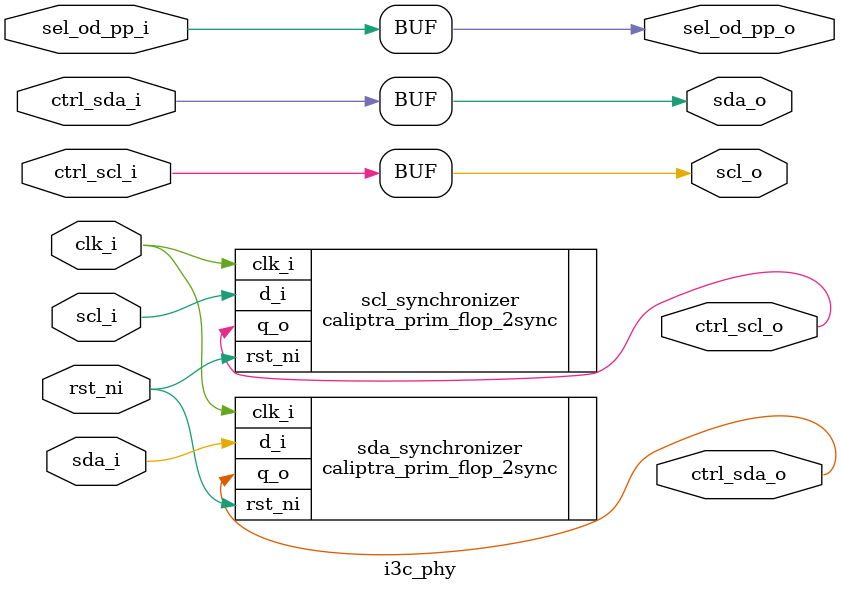
<source format=sv>
`timescale 1ns / 1ps

/*
    This module provides double flip-flop synchronization to the system clock.
*/
module i3c_phy (
    input logic clk_i,
    input logic rst_ni,

    // I3C bus IO
    input  logic scl_i,
    output logic scl_o,

    input  logic sda_i,
    output logic sda_o,

    // I3C controller IO
    input logic ctrl_scl_i,
    input logic ctrl_sda_i,

    output logic ctrl_scl_o,
    output logic ctrl_sda_o,

    // Open-Drain / Push-Pull control
    input  logic sel_od_pp_i,
    output logic sel_od_pp_o
);

`ifndef DISABLE_INPUT_FF

  // Synchronize SCL to system clock
  caliptra_prim_flop_2sync #(
      .Width(1),
      .ResetValue(1)
  ) scl_synchronizer (
      .clk_i(clk_i),
      .rst_ni(rst_ni),
      .d_i(scl_i),
      .q_o(ctrl_scl_o)
  );

  // Synchronize SDA to system clock
  caliptra_prim_flop_2sync #(
      .Width(1),
      .ResetValue(1)
  ) sda_synchronizer (
      .clk_i(clk_i),
      .rst_ni(rst_ni),
      .d_i(sda_i),
      .q_o(ctrl_sda_o)
  );

`else

  assign ctrl_sda_o = sda_i;
  assign ctrl_scl_o = scl_i;

`endif

  assign sda_o = ctrl_sda_i;
  assign scl_o = ctrl_scl_i;
  assign sel_od_pp_o = sel_od_pp_i;

endmodule

</source>
